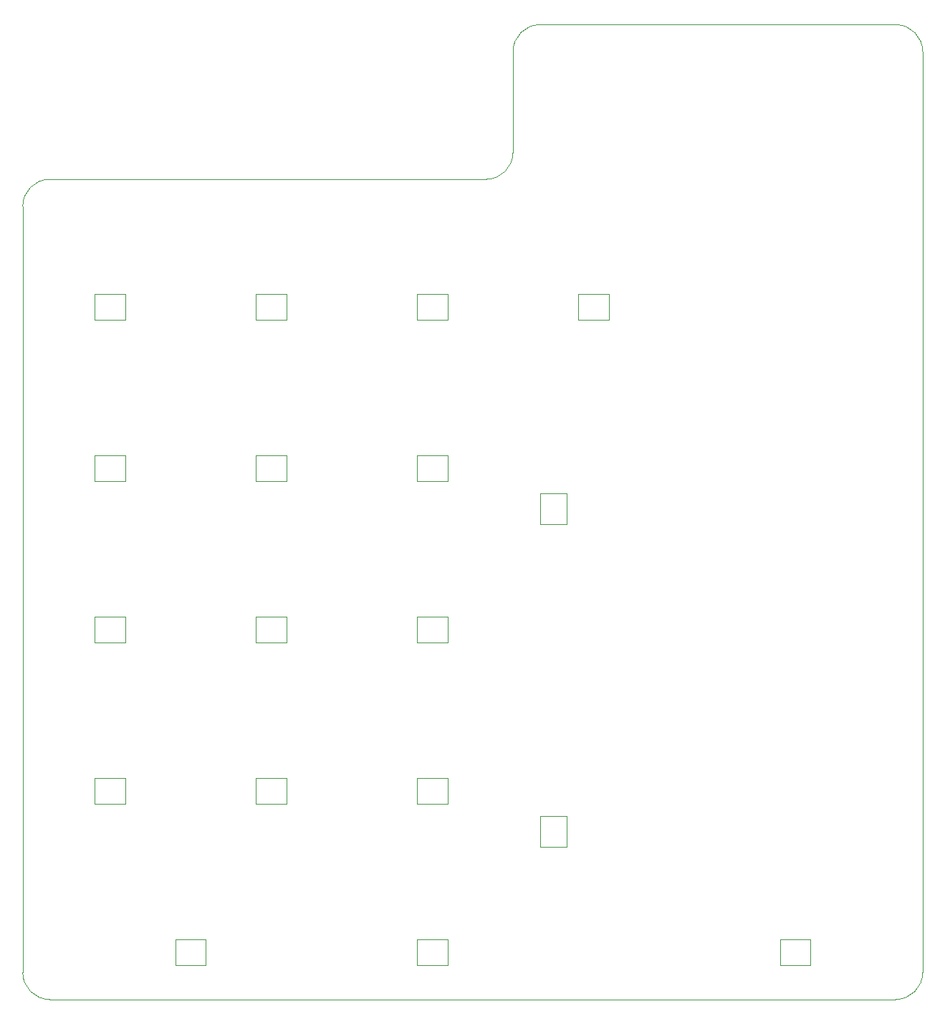
<source format=gm1>
%TF.GenerationSoftware,KiCad,Pcbnew,(6.0.0)*%
%TF.CreationDate,2022-02-13T19:48:52-05:00*%
%TF.ProjectId,numpad,6e756d70-6164-42e6-9b69-6361645f7063,rev?*%
%TF.SameCoordinates,Original*%
%TF.FileFunction,Profile,NP*%
%FSLAX46Y46*%
G04 Gerber Fmt 4.6, Leading zero omitted, Abs format (unit mm)*
G04 Created by KiCad (PCBNEW (6.0.0)) date 2022-02-13 19:48:52*
%MOMM*%
%LPD*%
G01*
G04 APERTURE LIST*
%TA.AperFunction,Profile*%
%ADD10C,0.050000*%
%TD*%
%TA.AperFunction,Profile*%
%ADD11C,0.120000*%
%TD*%
G04 APERTURE END LIST*
D10*
X136516400Y-63496000D02*
X136516400Y-75401500D01*
X133341600Y-78576300D02*
X81751100Y-78576300D01*
X78576300Y-81751100D02*
X78576300Y-172232900D01*
X184932100Y-172232900D02*
X184932100Y-63496000D01*
X81751100Y-175407700D02*
X181757300Y-175407700D01*
X181757300Y-60321200D02*
X139691200Y-60321200D01*
X184932100Y-63496000D02*
G75*
G03*
X181757300Y-60321200I-3174799J1D01*
G01*
X133341600Y-78576300D02*
G75*
G03*
X136516400Y-75401500I1J3174799D01*
G01*
X81751100Y-78576300D02*
G75*
G03*
X78576300Y-81751100I-1J-3174799D01*
G01*
X181757300Y-175407700D02*
G75*
G03*
X184932100Y-172232900I1J3174799D01*
G01*
X78576300Y-172232900D02*
G75*
G03*
X81751100Y-175407700I3174799J-1D01*
G01*
X139691200Y-60321200D02*
G75*
G03*
X136516400Y-63496000I-1J-3174799D01*
G01*
D11*
%TO.C,LED8*%
X139732550Y-115670050D02*
X142832550Y-115670050D01*
X142832550Y-119270050D02*
X139732550Y-119270050D01*
X139732550Y-119270050D02*
X139732550Y-115670050D01*
X142832550Y-115670050D02*
X142832550Y-119270050D01*
%TO.C,LED18*%
X168057550Y-168307550D02*
X171657550Y-168307550D01*
X171657550Y-168307550D02*
X171657550Y-171407550D01*
X171657550Y-171407550D02*
X168057550Y-171407550D01*
X168057550Y-171407550D02*
X168057550Y-168307550D01*
%TO.C,LED9*%
X90695050Y-130207550D02*
X90695050Y-133307550D01*
X90695050Y-133307550D02*
X87095050Y-133307550D01*
X87095050Y-133307550D02*
X87095050Y-130207550D01*
X87095050Y-130207550D02*
X90695050Y-130207550D01*
%TO.C,LED6*%
X109745050Y-111157550D02*
X109745050Y-114257550D01*
X106145050Y-114257550D02*
X106145050Y-111157550D01*
X106145050Y-111157550D02*
X109745050Y-111157550D01*
X109745050Y-114257550D02*
X106145050Y-114257550D01*
%TO.C,LED1*%
X90695050Y-95207550D02*
X87095050Y-95207550D01*
X90695050Y-92107550D02*
X90695050Y-95207550D01*
X87095050Y-95207550D02*
X87095050Y-92107550D01*
X87095050Y-92107550D02*
X90695050Y-92107550D01*
%TO.C,LED15*%
X142832550Y-157370050D02*
X139732550Y-157370050D01*
X139732550Y-157370050D02*
X139732550Y-153770050D01*
X142832550Y-153770050D02*
X142832550Y-157370050D01*
X139732550Y-153770050D02*
X142832550Y-153770050D01*
%TO.C,LED2*%
X109745050Y-95207550D02*
X106145050Y-95207550D01*
X109745050Y-92107550D02*
X109745050Y-95207550D01*
X106145050Y-95207550D02*
X106145050Y-92107550D01*
X106145050Y-92107550D02*
X109745050Y-92107550D01*
%TO.C,LED4*%
X144245050Y-95207550D02*
X144245050Y-92107550D01*
X147845050Y-95207550D02*
X144245050Y-95207550D01*
X144245050Y-92107550D02*
X147845050Y-92107550D01*
X147845050Y-92107550D02*
X147845050Y-95207550D01*
%TO.C,LED11*%
X125195050Y-133307550D02*
X125195050Y-130207550D01*
X128795050Y-133307550D02*
X125195050Y-133307550D01*
X125195050Y-130207550D02*
X128795050Y-130207550D01*
X128795050Y-130207550D02*
X128795050Y-133307550D01*
%TO.C,LED10*%
X106145050Y-130207550D02*
X109745050Y-130207550D01*
X109745050Y-133307550D02*
X106145050Y-133307550D01*
X109745050Y-130207550D02*
X109745050Y-133307550D01*
X106145050Y-133307550D02*
X106145050Y-130207550D01*
%TO.C,LED14*%
X128795050Y-149257550D02*
X128795050Y-152357550D01*
X125195050Y-152357550D02*
X125195050Y-149257550D01*
X128795050Y-152357550D02*
X125195050Y-152357550D01*
X125195050Y-149257550D02*
X128795050Y-149257550D01*
%TO.C,LED7*%
X125195050Y-111157550D02*
X128795050Y-111157550D01*
X128795050Y-111157550D02*
X128795050Y-114257550D01*
X128795050Y-114257550D02*
X125195050Y-114257550D01*
X125195050Y-114257550D02*
X125195050Y-111157550D01*
%TO.C,LED17*%
X125195050Y-168307550D02*
X128795050Y-168307550D01*
X125195050Y-171407550D02*
X125195050Y-168307550D01*
X128795050Y-171407550D02*
X125195050Y-171407550D01*
X128795050Y-168307550D02*
X128795050Y-171407550D01*
%TO.C,LED5*%
X87095050Y-111157550D02*
X90695050Y-111157550D01*
X90695050Y-111157550D02*
X90695050Y-114257550D01*
X87095050Y-114257550D02*
X87095050Y-111157550D01*
X90695050Y-114257550D02*
X87095050Y-114257550D01*
%TO.C,LED12*%
X90695050Y-152357550D02*
X87095050Y-152357550D01*
X90695050Y-149257550D02*
X90695050Y-152357550D01*
X87095050Y-152357550D02*
X87095050Y-149257550D01*
X87095050Y-149257550D02*
X90695050Y-149257550D01*
%TO.C,LED16*%
X100220050Y-168307550D02*
X100220050Y-171407550D01*
X96620050Y-168307550D02*
X100220050Y-168307550D01*
X100220050Y-171407550D02*
X96620050Y-171407550D01*
X96620050Y-171407550D02*
X96620050Y-168307550D01*
%TO.C,LED3*%
X125195050Y-95207550D02*
X125195050Y-92107550D01*
X128795050Y-92107550D02*
X128795050Y-95207550D01*
X128795050Y-95207550D02*
X125195050Y-95207550D01*
X125195050Y-92107550D02*
X128795050Y-92107550D01*
%TO.C,LED13*%
X109745050Y-152357550D02*
X106145050Y-152357550D01*
X109745050Y-149257550D02*
X109745050Y-152357550D01*
X106145050Y-152357550D02*
X106145050Y-149257550D01*
X106145050Y-149257550D02*
X109745050Y-149257550D01*
%TD*%
M02*

</source>
